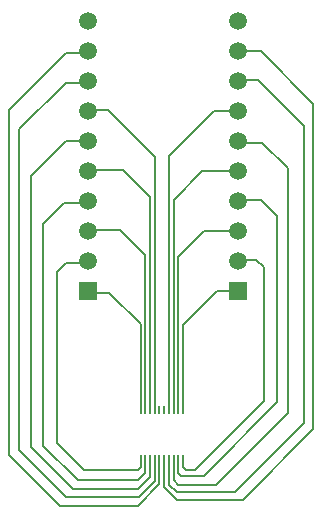
<source format=gtl>
%FSLAX24Y24*%
%MOIN*%
G70*
G01*
G75*
G04 Layer_Physical_Order=1*
G04 Layer_Color=255*
%ADD10O,0.0091X0.0276*%
%ADD11R,0.0091X0.0276*%
%ADD12C,0.0060*%
%ADD13R,0.0591X0.0591*%
%ADD14C,0.0591*%
D10*
X44667Y22438D02*
D03*
X44510D02*
D03*
X44352D02*
D03*
X44195D02*
D03*
X44037D02*
D03*
X43880D02*
D03*
X43722D02*
D03*
X43565D02*
D03*
X43407D02*
D03*
X43250D02*
D03*
X44667Y20800D02*
D03*
X44510D02*
D03*
X44352D02*
D03*
X44195D02*
D03*
X44037D02*
D03*
X43880D02*
D03*
X43722D02*
D03*
X43565D02*
D03*
X43407D02*
D03*
D11*
X43250D02*
D03*
D12*
X48700Y22000D02*
Y31900D01*
X47150Y33450D02*
X48700Y31900D01*
X46550Y33450D02*
X47150D01*
X48150Y22350D02*
Y30500D01*
X47300Y31350D02*
X48150Y30500D01*
X46550Y31350D02*
X47300D01*
X44450Y19700D02*
X46400D01*
X44195Y19955D02*
X44450Y19700D01*
X44195Y19955D02*
Y20800D01*
X45050Y20450D02*
X47350Y22750D01*
X44750Y20450D02*
X45050D01*
X44667Y20533D02*
X44750Y20450D01*
X44667Y20533D02*
Y20800D01*
X47350Y22750D02*
Y27200D01*
X41450Y33350D02*
X41500Y33400D01*
X40750Y33350D02*
X41450D01*
X40750Y31400D02*
X41500D01*
X41450Y29350D02*
X41500Y29400D01*
X40700Y29350D02*
X41450D01*
Y27350D02*
X41500Y27400D01*
X40750Y27350D02*
X41450D01*
X46500Y27400D02*
X46550Y27450D01*
X47100D01*
X46500Y29400D02*
X46550Y29450D01*
X47250D01*
X46500Y31400D02*
X46550Y31350D01*
X46500Y33400D02*
X46550Y33450D01*
X41450Y34350D02*
X41500Y34400D01*
X40750Y34350D02*
X41450D01*
X45700Y32400D02*
X46500D01*
X44195Y30895D02*
X45700Y32400D01*
X44195Y22438D02*
Y30895D01*
X45302Y30400D02*
X46500D01*
X44352Y29450D02*
X45302Y30400D01*
X45360Y28400D02*
X46500D01*
X44510Y27550D02*
X45360Y28400D01*
X45800Y26400D02*
X46500D01*
X44667Y25267D02*
X45800Y26400D01*
X44667Y22438D02*
Y25267D01*
X41500Y32400D02*
X41550Y32450D01*
X42150D01*
X41500Y30400D02*
X41550Y30450D01*
X42650D01*
X41500Y28400D02*
X41550Y28450D01*
X42550D01*
X41500Y26400D02*
X41550Y26350D01*
X42200D01*
X43407Y22438D02*
Y27593D01*
X42550Y28450D02*
X43407Y27593D01*
X43565Y22438D02*
Y29535D01*
X42650Y30450D02*
X43565Y29535D01*
X43722Y22438D02*
Y30878D01*
X42150Y32450D02*
X43722Y30878D01*
X43250Y22438D02*
Y25300D01*
X42200Y26350D02*
X43250Y25300D01*
X44352Y22438D02*
Y29450D01*
X44510Y22438D02*
Y27550D01*
X47100Y27450D02*
X47350Y27200D01*
X44510Y20340D02*
Y20800D01*
Y20340D02*
X44600Y20250D01*
X45350D01*
X47800Y22700D01*
Y28900D01*
X47250Y29450D02*
X47800Y28900D01*
X44352Y20098D02*
Y20800D01*
Y20098D02*
X44500Y19950D01*
X45750D01*
X48150Y22350D01*
X46400Y19700D02*
X48700Y22000D01*
X43250Y20550D02*
Y20800D01*
X43150Y20450D02*
X43250Y20550D01*
X41350Y20450D02*
X43150D01*
X40450Y21350D02*
X41350Y20450D01*
X40450Y21350D02*
Y27050D01*
X40750Y27350D01*
X43407Y20357D02*
Y20800D01*
X43150Y20100D02*
X43407Y20357D01*
X41150Y20100D02*
X43150D01*
X40000Y21250D02*
X41150Y20100D01*
X40000Y21250D02*
Y28650D01*
X40700Y29350D01*
X43565Y20215D02*
Y20800D01*
X43150Y19800D02*
X43565Y20215D01*
X41000Y19800D02*
X43150D01*
X39600Y21200D02*
X41000Y19800D01*
X39600Y21200D02*
Y30250D01*
X40750Y31400D01*
X43722Y20072D02*
Y20800D01*
X43200Y19550D02*
X43722Y20072D01*
X40750Y19550D02*
X43200D01*
X39200Y21100D02*
X40750Y19550D01*
X39200Y21100D02*
Y31800D01*
X40750Y33350D01*
X44037Y19863D02*
Y20800D01*
Y19863D02*
X44450Y19450D01*
X46650D01*
X49000Y21800D01*
Y32650D01*
X47250Y34400D02*
X49000Y32650D01*
X46500Y34400D02*
X47250D01*
X43880Y19980D02*
Y20800D01*
X43150Y19250D02*
X43880Y19980D01*
X40550Y19250D02*
X43150D01*
X38850Y20950D02*
X40550Y19250D01*
X38850Y20950D02*
Y32450D01*
X40750Y34350D01*
D13*
X41500Y26400D02*
D03*
X46500D02*
D03*
D14*
X41500Y27400D02*
D03*
Y28400D02*
D03*
Y29400D02*
D03*
Y30400D02*
D03*
Y31400D02*
D03*
Y32400D02*
D03*
Y33400D02*
D03*
Y34400D02*
D03*
Y35400D02*
D03*
X46500Y27400D02*
D03*
Y29400D02*
D03*
Y30400D02*
D03*
Y31400D02*
D03*
Y32400D02*
D03*
Y33400D02*
D03*
Y34400D02*
D03*
Y35400D02*
D03*
Y28400D02*
D03*
M02*

</source>
